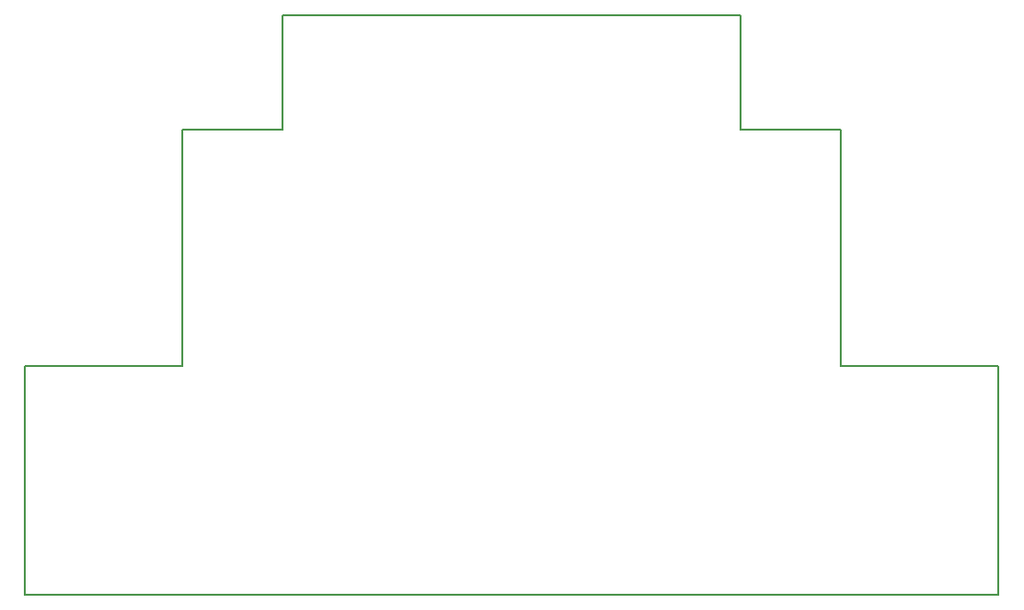
<source format=gbr>
G04 #@! TF.GenerationSoftware,KiCad,Pcbnew,(5.0.2)-1*
G04 #@! TF.CreationDate,2019-10-04T12:36:52+03:00*
G04 #@! TF.ProjectId,esp32d,65737033-3264-42e6-9b69-6361645f7063,rev?*
G04 #@! TF.SameCoordinates,Original*
G04 #@! TF.FileFunction,Profile,NP*
%FSLAX46Y46*%
G04 Gerber Fmt 4.6, Leading zero omitted, Abs format (unit mm)*
G04 Created by KiCad (PCBNEW (5.0.2)-1) date 04.10.2019 12:36:52*
%MOMM*%
%LPD*%
G01*
G04 APERTURE LIST*
%ADD10C,0.150000*%
G04 APERTURE END LIST*
D10*
X139700000Y-104775000D02*
X139700000Y-94615000D01*
X99060000Y-104775000D02*
X99060000Y-94615000D01*
X139700000Y-104775000D02*
X148590000Y-104775000D01*
X90170000Y-104775000D02*
X99060000Y-104775000D01*
X99060000Y-94615000D02*
X139700000Y-94615000D01*
X148590000Y-125730000D02*
X148590000Y-104775000D01*
X90170000Y-125730000D02*
X90170000Y-104775000D01*
X162560000Y-125730000D02*
X148590000Y-125730000D01*
X76200000Y-125730000D02*
X90170000Y-125730000D01*
X76200000Y-146050000D02*
X76200000Y-125730000D01*
X162560000Y-146050000D02*
X162560000Y-125730000D01*
X76200000Y-146050000D02*
X162560000Y-146050000D01*
M02*

</source>
